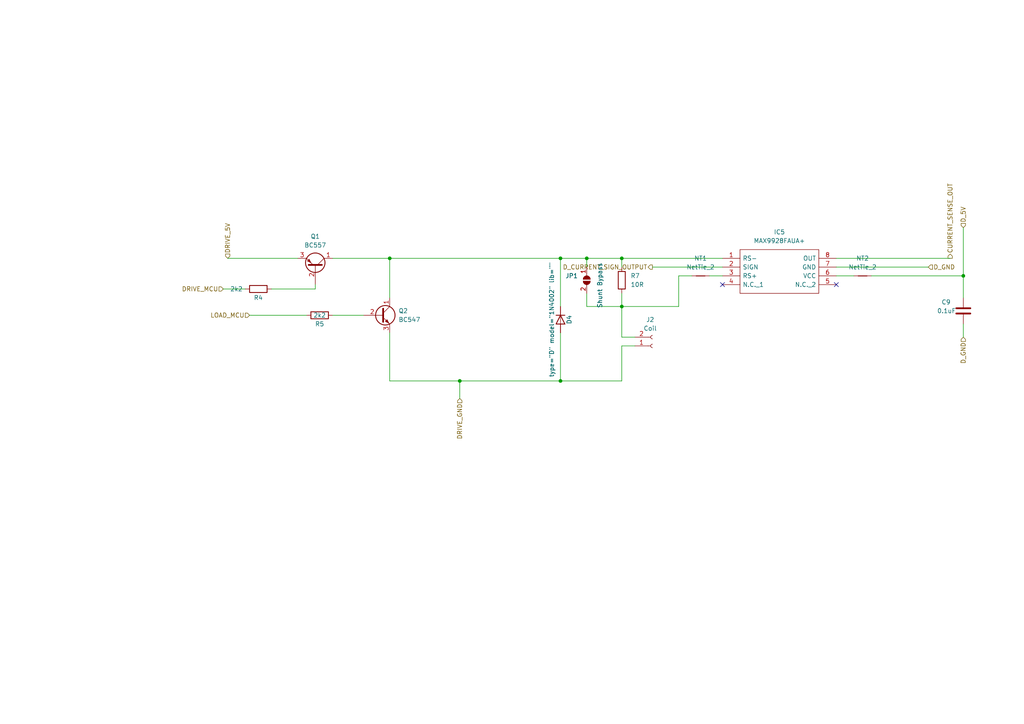
<source format=kicad_sch>
(kicad_sch (version 20211123) (generator eeschema)
  (paper "A4")
  (lib_symbols
    (symbol "Connector:Conn_01x02_Female" (pin_names (offset 1.016) hide)
      (property "Reference" "J" (at 0 2.54 0))
      (property "Value" "Conn_01x02_Female" (at 0 -5.08 0))
      (symbol "Conn_01x02_Female_1_1"
        (arc (start 0 -2.032) (mid -0.508 -2.54) (end 0 -3.048) (stroke (width 0.1524)))
        (polyline (pts (xy -1.27 -2.54) (xy -0.508 -2.54)) (stroke (width 0.1524)))
        (polyline (pts (xy -1.27 0) (xy -0.508 0)) (stroke (width 0.1524)))
        (arc (start 0 0.508) (mid -0.508 0) (end 0 -0.508) (stroke (width 0.1524)))
        (pin passive line (at -5.08 0 0) (length 3.81) (name "Pin_1") (number "1"))
        (pin passive line (at -5.08 -2.54 0) (length 3.81) (name "Pin_2") (number "2"))
      )
    )
    (symbol "Device:C" (pin_numbers hide) (pin_names (offset 0.254))
      (property "Reference" "C" (at 0.635 2.54 0))
      (property "Value" "C" (at 0.635 -2.54 0))
      (symbol "C_0_1"
        (polyline (pts (xy -2.032 -0.762) (xy 2.032 -0.762)) (stroke (width 0.508)))
        (polyline (pts (xy -2.032 0.762) (xy 2.032 0.762)) (stroke (width 0.508)))
      )
      (symbol "C_1_1"
        (pin passive line (at 0 3.81 270) (length 2.794) (name "~") (number "1"))
        (pin passive line (at 0 -3.81 90) (length 2.794) (name "~") (number "2"))
      )
    )
    (symbol "Device:NetTie_2" (pin_numbers hide) (pin_names (offset 0) hide)
      (property "Reference" "NT" (at 0 1.27 0))
      (property "Value" "NetTie_2" (at 0 -1.27 0))
      (symbol "NetTie_2_0_1"
        (polyline (pts (xy -1.27 0) (xy 1.27 0)) (stroke (width 0.254)))
      )
      (symbol "NetTie_2_1_1"
        (pin passive line (at -2.54 0 0) (length 2.54) (name "1") (number "1"))
        (pin passive line (at 2.54 0 180) (length 2.54) (name "2") (number "2"))
      )
    )
    (symbol "Device:R" (pin_numbers hide) (pin_names (offset 0))
      (property "Reference" "R" (at 2.032 0 90))
      (property "Value" "R" (at 0 0 90))
      (symbol "R_0_1"
        (rectangle (start -1.016 -2.54) (end 1.016 2.54) (stroke (width 0.254)))
      )
      (symbol "R_1_1"
        (pin passive line (at 0 3.81 270) (length 1.27) (name "~") (number "1"))
        (pin passive line (at 0 -3.81 90) (length 1.27) (name "~") (number "2"))
      )
    )
    (symbol "Jumper:SolderJumper_2_Open" (pin_names (offset 0) hide)
      (property "Reference" "JP" (at 0 2.032 0))
      (property "Value" "SolderJumper_2_Open" (at 0 -2.54 0))
      (symbol "SolderJumper_2_Open_0_1"
        (arc (start -0.254 1.016) (mid -1.27 0) (end -0.254 -1.016))
        (arc (start -0.254 1.016) (mid -1.27 0) (end -0.254 -1.016) (fill (type outline)))
        (polyline (pts (xy -0.254 1.016) (xy -0.254 -1.016)))
        (polyline (pts (xy 0.254 1.016) (xy 0.254 -1.016)))
        (arc (start 0.254 -1.016) (mid 1.27 0) (end 0.254 1.016))
        (arc (start 0.254 -1.016) (mid 1.27 0) (end 0.254 1.016) (fill (type outline)))
      )
      (symbol "SolderJumper_2_Open_1_1"
        (pin passive line (at -3.81 0 0) (length 2.54) (name "A") (number "1"))
        (pin passive line (at 3.81 0 180) (length 2.54) (name "B") (number "2"))
      )
    )
    (symbol "MAX9928FAUA+:MAX9928FAUA+" (pin_names (offset 0.762))
      (property "Reference" "IC" (at 29.21 7.62 0))
      (property "Value" "MAX9928FAUA+" (at 29.21 5.08 0))
      (symbol "MAX9928FAUA+_0_0"
        (pin passive line (at 0 0 0) (length 5.08) (name "RS-") (number "1"))
        (pin passive line (at 0 -2.54 0) (length 5.08) (name "SIGN") (number "2"))
        (pin passive line (at 0 -5.08 0) (length 5.08) (name "RS+") (number "3"))
        (pin passive line (at 0 -7.62 0) (length 5.08) (name "N.C._1") (number "4"))
        (pin passive line (at 33.02 -7.62 180) (length 5.08) (name "N.C._2") (number "5"))
        (pin passive line (at 33.02 -5.08 180) (length 5.08) (name "VCC") (number "6"))
        (pin passive line (at 33.02 -2.54 180) (length 5.08) (name "GND") (number "7"))
        (pin passive line (at 33.02 0 180) (length 5.08) (name "OUT") (number "8"))
      )
      (symbol "MAX9928FAUA+_0_1"
        (polyline (pts (xy 5.08 2.54) (xy 27.94 2.54) (xy 27.94 -10.16) (xy 5.08 -10.16) (xy 5.08 2.54)) (stroke (width 0.1524)))
      )
    )
    (symbol "Simulation_SPICE:DIODE" (pin_numbers hide) (pin_names (offset 1.016) hide)
      (property "Reference" "D" (at 0 2.54 0))
      (property "Value" "DIODE" (at 0 -2.54 0))
      (symbol "DIODE_0_1"
        (polyline (pts (xy 1.27 0) (xy -1.27 0)))
        (polyline (pts (xy 1.27 1.27) (xy 1.27 -1.27)) (stroke (width 0.254)))
        (polyline (pts (xy -1.27 -1.27) (xy -1.27 1.27) (xy 1.27 0) (xy -1.27 -1.27)) (stroke (width 0.254)))
      )
      (symbol "DIODE_1_1"
        (pin passive line (at -3.81 0 0) (length 2.54) (name "A") (number "1"))
        (pin passive line (at 3.81 0 180) (length 2.54) (name "K") (number "2"))
      )
    )
    (symbol "Transistor_BJT:BC547" (pin_names (offset 0) hide)
      (property "Reference" "Q" (at 5.08 1.905 0))
      (property "Value" "BC547" (at 5.08 0 0))
      (symbol "BC547_0_1"
        (polyline (pts (xy 0 0) (xy 0.635 0)))
        (polyline (pts (xy 0.635 0.635) (xy 2.54 2.54)))
        (polyline (pts (xy 0.635 -0.635) (xy 2.54 -2.54) (xy 2.54 -2.54)))
        (polyline (pts (xy 0.635 1.905) (xy 0.635 -1.905) (xy 0.635 -1.905)) (stroke (width 0.508)))
        (polyline (pts (xy 1.27 -1.778) (xy 1.778 -1.27) (xy 2.286 -2.286) (xy 1.27 -1.778) (xy 1.27 -1.778)) (fill (type outline)))
        (circle (center 1.27 0) (radius 2.8194) (stroke (width 0.254)))
      )
      (symbol "BC547_1_1"
        (pin passive line (at 2.54 5.08 270) (length 2.54) (name "C") (number "1"))
        (pin input line (at -5.08 0 0) (length 5.08) (name "B") (number "2"))
        (pin passive line (at 2.54 -5.08 90) (length 2.54) (name "E") (number "3"))
      )
    )
    (symbol "Transistor_BJT:BC557" (pin_names (offset 0) hide)
      (property "Reference" "Q" (at 5.08 1.905 0))
      (property "Value" "BC557" (at 5.08 0 0))
      (symbol "BC557_0_1"
        (polyline (pts (xy 0.635 0.635) (xy 2.54 2.54)))
        (polyline (pts (xy 0.635 -0.635) (xy 2.54 -2.54) (xy 2.54 -2.54)))
        (polyline (pts (xy 0.635 1.905) (xy 0.635 -1.905) (xy 0.635 -1.905)) (stroke (width 0.508)))
        (polyline (pts (xy 2.286 -1.778) (xy 1.778 -2.286) (xy 1.27 -1.27) (xy 2.286 -1.778) (xy 2.286 -1.778)) (fill (type outline)))
        (circle (center 1.27 0) (radius 2.8194) (stroke (width 0.254)))
      )
      (symbol "BC557_1_1"
        (pin passive line (at 2.54 5.08 270) (length 2.54) (name "C") (number "1"))
        (pin input line (at -5.08 0 0) (length 5.715) (name "B") (number "2"))
        (pin passive line (at 2.54 -5.08 90) (length 2.54) (name "E") (number "3"))
      )
    )
  )
  (junction (at 113.03 74.93))
  (junction (at 162.56 110.49))
  (junction (at 180.34 88.9))
  (junction (at 133.35 110.49))
  (junction (at 162.56 74.93))
  (junction (at 180.34 74.93))
  (junction (at 279.4 80.01))
  (junction (at 170.18 74.93))
  (no_connect (at 242.57 82.55))
  (no_connect (at 209.55 82.55))
  (wire (pts (xy 180.34 88.9) (xy 170.18 88.9)))
  (wire (pts (xy 242.57 77.47) (xy 269.24 77.47)))
  (wire (pts (xy 91.44 83.82) (xy 91.44 82.55)))
  (wire (pts (xy 113.03 96.52) (xy 113.03 110.49)))
  (wire (pts (xy 242.57 80.01) (xy 247.65 80.01)))
  (wire (pts (xy 279.4 66.04) (xy 279.4 80.01)))
  (wire (pts (xy 162.56 110.49) (xy 180.34 110.49)))
  (wire (pts (xy 180.34 85.09) (xy 180.34 88.9)))
  (wire (pts (xy 170.18 74.93) (xy 180.34 74.93)))
  (wire (pts (xy 162.56 110.49) (xy 133.35 110.49)))
  (wire (pts (xy 180.34 100.33) (xy 180.34 110.49)))
  (wire (pts (xy 279.4 80.01) (xy 279.4 86.36)))
  (wire (pts (xy 170.18 74.93) (xy 170.18 77.47)))
  (wire (pts (xy 78.74 83.82) (xy 91.44 83.82)))
  (wire (pts (xy 180.34 100.33) (xy 184.15 100.33)))
  (wire (pts (xy 180.34 97.79) (xy 184.15 97.79)))
  (wire (pts (xy 64.77 83.82) (xy 71.12 83.82)))
  (wire (pts (xy 242.57 74.93) (xy 275.59 74.93)))
  (wire (pts (xy 66.04 74.93) (xy 86.36 74.93)))
  (wire (pts (xy 162.56 96.52) (xy 162.56 110.49)))
  (wire (pts (xy 72.39 91.44) (xy 88.9 91.44)))
  (wire (pts (xy 113.03 74.93) (xy 113.03 86.36)))
  (wire (pts (xy 180.34 74.93) (xy 209.55 74.93)))
  (wire (pts (xy 180.34 74.93) (xy 180.34 77.47)))
  (wire (pts (xy 279.4 97.79) (xy 279.4 93.98)))
  (wire (pts (xy 113.03 110.49) (xy 133.35 110.49)))
  (wire (pts (xy 196.85 80.01) (xy 196.85 88.9)))
  (wire (pts (xy 162.56 74.93) (xy 162.56 88.9)))
  (wire (pts (xy 180.34 88.9) (xy 196.85 88.9)))
  (wire (pts (xy 133.35 110.49) (xy 133.35 115.57)))
  (wire (pts (xy 196.85 80.01) (xy 200.66 80.01)))
  (wire (pts (xy 96.52 74.93) (xy 113.03 74.93)))
  (wire (pts (xy 113.03 74.93) (xy 162.56 74.93)))
  (wire (pts (xy 170.18 85.09) (xy 170.18 88.9)))
  (wire (pts (xy 180.34 97.79) (xy 180.34 88.9)))
  (wire (pts (xy 162.56 74.93) (xy 170.18 74.93)))
  (wire (pts (xy 96.52 91.44) (xy 105.41 91.44)))
  (wire (pts (xy 252.73 80.01) (xy 279.4 80.01)))
  (wire (pts (xy 205.74 80.01) (xy 209.55 80.01)))
  (wire (pts (xy 189.23 77.47) (xy 209.55 77.47)))
  (hierarchical_label "D_GND" (shape input) (at 269.24 77.47 0))
  (hierarchical_label "LOAD_MCU" (shape input) (at 72.39 91.44 180))
  (hierarchical_label "D_5V" (shape input) (at 279.4 66.04 90))
  (hierarchical_label "D_GND" (shape input) (at 279.4 97.79 270))
  (hierarchical_label "DRIVE_MCU" (shape input) (at 64.77 83.82 180))
  (hierarchical_label "D_CURRENT_SIGN_OUTPUT" (shape output) (at 189.23 77.47 180))
  (hierarchical_label "DRIVE_5V" (shape input) (at 66.04 74.93 90))
  (hierarchical_label "CURRENT_SENSE_OUT" (shape output) (at 275.59 74.93 90))
  (hierarchical_label "DRIVE_GND" (shape input) (at 133.35 115.57 270))
  (symbol (lib_id "Device:R") (at 92.71 91.44 270) (unit 1)
    (property "Reference" "R5" (at 92.71 93.98 90))
    (property "Value" "2k2" (at 92.71 91.44 90))
    (property "Footprint" "Resistor_SMD:R_0805_2012Metric_Pad1.20x1.40mm_HandSolder" (effects hide))
  )
  (symbol (lib_id "Device:R") (at 180.34 81.28 0) (mirror y) (unit 1)
    (property "Reference" "R7" (at 182.88 80.0099 0) (effects (justify right)))
    (property "Value" "10R" (at 182.88 82.5499 0) (effects (justify right)))
    (property "Footprint" "Resistor_SMD:R_0805_2012Metric_Pad1.20x1.40mm_HandSolder" (effects hide))
  )
  (symbol (lib_id "Jumper:SolderJumper_2_Open") (at 170.18 81.28 90) (mirror x) (unit 1)
    (property "Reference" "JP1" (at 167.64 80.0099 90) (effects (justify left)))
    (property "Value" "Shunt Bypass" (at 173.99 76.2 0) (effects (justify left)))
    (property "Footprint" "Jumper:SolderJumper-2_P1.3mm_Open_Pad1.0x1.5mm" (effects hide))
  )
  (symbol (lib_id "Connector:Conn_01x02_Female") (at 189.23 100.33 0) (mirror x) (unit 1)
    (property "Reference" "J2" (at 188.595 92.71 0))
    (property "Value" "Coil" (at 188.595 95.25 0))
    (property "Footprint" "Connector_Molex:RSPROPenduinoTerminal" (effects hide))
  )
  (symbol (lib_id "Simulation_SPICE:DIODE") (at 162.56 92.71 90) (unit 1)
    (property "Reference" "D4" (at 165.1 92.71 0))
    (property "Value" "1N4002" (at 160.02 92.71 0))
    (property "Footprint" "Diode_THT:D_T-1_P5.08mm_Horizontal" (effects hide))
    (property "Spice_Netlist_Enabled" "Y" (effects hide))
    (property "Spice_Primitive" "D" (effects hide))
  )
  (symbol (lib_id "Device:NetTie_2") (at 250.19 80.01 0) (unit 1)
    (property "Reference" "NT2" (at 250.19 74.93 0))
    (property "Value" "NetTie_2" (at 250.19 77.47 0))
    (property "Footprint" "NetTie:NetTie-2_SMD_Pad0.5mm" (effects hide))
  )
  (symbol (lib_id "Device:R") (at 74.93 83.82 270) (unit 1)
    (property "Reference" "R4" (at 74.93 86.36 90))
    (property "Value" "2k2" (at 68.58 83.82 90))
    (property "Footprint" "Resistor_SMD:R_0805_2012Metric_Pad1.20x1.40mm_HandSolder" (effects hide))
  )
  (symbol (lib_id "MAX9928FAUA+:MAX9928FAUA+") (at 209.55 74.93 0) (unit 1)
    (property "Reference" "IC5" (at 226.06 67.31 0))
    (property "Value" "MAX9928FAUA+" (at 226.06 69.85 0))
    (property "Footprint" "Sensor_Current:SOP65P490X110-8N" (effects hide))
    (property "Datasheet" "https://datasheet.datasheetarchive.com/originals/dk/DKDS-7/138374.pdf" (effects hide))
    (property "Description" "Maxim MAX9928FAUA+, Current Sensing Amplifier Single Bidirectional, Unidirectional 8-Pin uMAX" (effects hide))
    (property "Height" "1.1" (effects hide))
    (property "Manufacturer_Name" "Maxim Integrated" (effects hide))
    (property "Manufacturer_Part_Number" "MAX9928FAUA+" (effects hide))
    (property "Mouser Part Number" "700-MAX9928FAUA" (effects hide))
    (property "Mouser Price/Stock" "https://www.mouser.co.uk/ProductDetail/Maxim-Integrated/MAX9928FAUA%2b?qs=1eQvB6Dk1vjuLd8AJ8%252BsIw%3D%3D" (effects hide))
  )
  (symbol (lib_id "Device:NetTie_2") (at 203.2 80.01 0) (unit 1)
    (property "Reference" "NT1" (at 203.2 74.93 0))
    (property "Value" "NetTie_2" (at 203.2 77.47 0))
    (property "Footprint" "NetTie:NetTie-2_SMD_Pad0.5mm" (effects hide))
  )
  (symbol (lib_id "Transistor_BJT:BC557") (at 91.44 77.47 270) (mirror x) (unit 1)
    (property "Reference" "Q1" (at 91.44 68.58 90))
    (property "Value" "BC557" (at 91.44 71.12 90))
    (property "Footprint" "Package_TO_SOT_SMD:SOT-23" (effects hide))
    (property "Datasheet" "https://www.onsemi.com/pub/Collateral/BC556BTA-D.pdf" (effects hide))
  )
  (symbol (lib_id "Device:C") (at 279.4 90.17 0) (unit 1)
    (property "Reference" "C9" (at 273.05 87.63 0) (effects (justify left)))
    (property "Value" "0.1uF" (at 271.78 90.17 0) (effects (justify left)))
    (property "Footprint" "Capacitor_SMD:C_0805_2012Metric_Pad1.18x1.45mm_HandSolder" (effects hide))
  )
  (symbol (lib_id "Transistor_BJT:BC547") (at 110.49 91.44 0) (unit 1)
    (property "Reference" "Q2" (at 115.57 90.1699 0) (effects (justify left)))
    (property "Value" "BC547" (at 115.57 92.7099 0) (effects (justify left)))
    (property "Footprint" "Package_TO_SOT_SMD:SOT-23" (effects hide))
    (property "Datasheet" "https://www.onsemi.com/pub/Collateral/BC550-D.pdf" (effects hide))
  )
)
</source>
